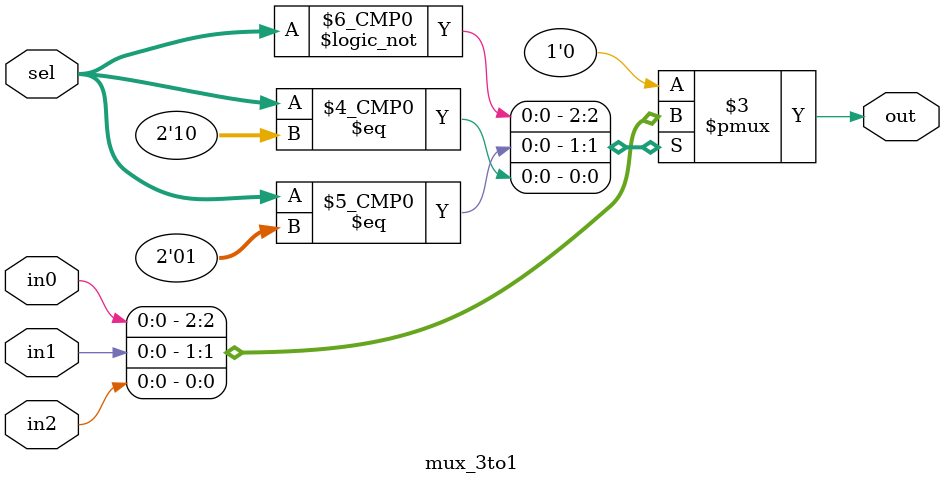
<source format=sv>
module mux_3to1 (input  logic [1:0] sel,input  logic in0,input  logic in1,  
    input  logic in2,output logic out  
);
    always_comb begin
        case (sel)
            2'b00: out = in0; 
            2'b01: out = in1; 
            2'b10: out = in2; 
            default: out = 1'b0;
        endcase
    end
endmodule

</source>
